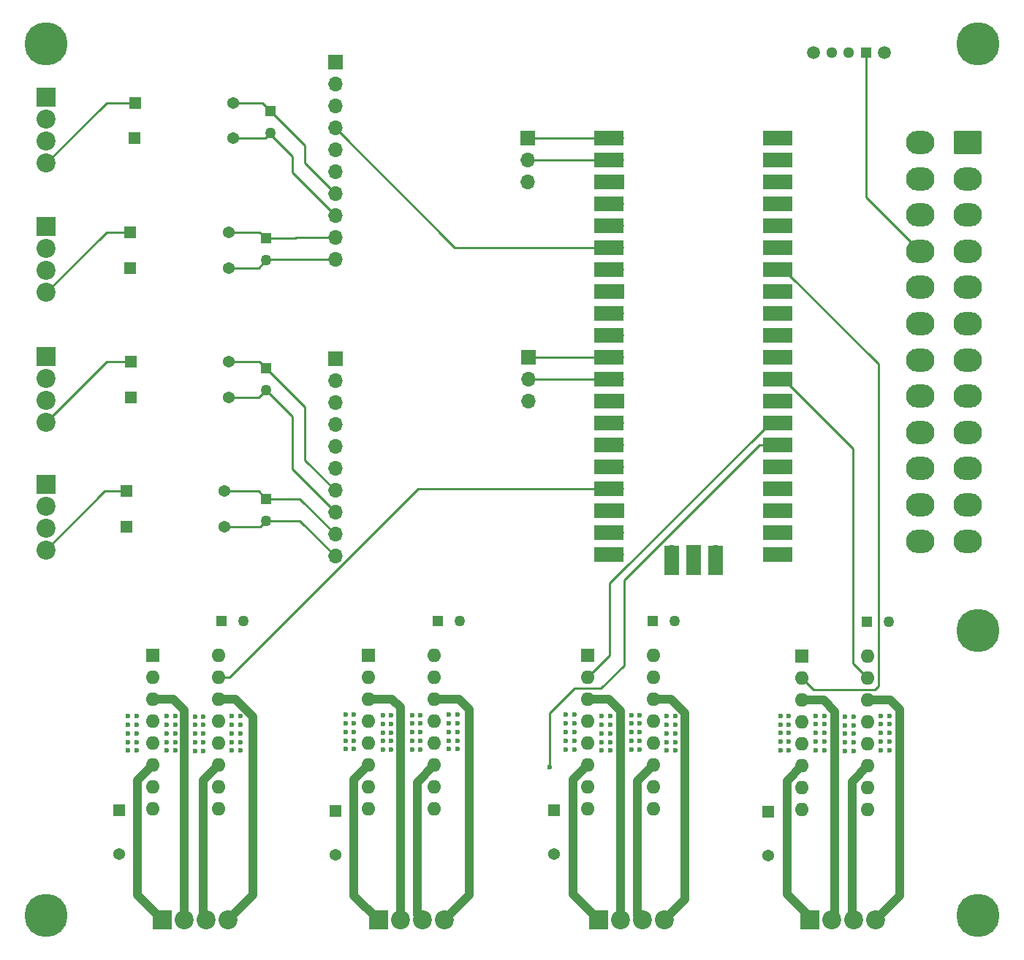
<source format=gbr>
%TF.GenerationSoftware,KiCad,Pcbnew,8.0.0*%
%TF.CreationDate,2024-10-25T13:51:20-05:00*%
%TF.ProjectId,ThorPBC2.0,54686f72-5042-4433-922e-302e6b696361,rev?*%
%TF.SameCoordinates,Original*%
%TF.FileFunction,Copper,L1,Top*%
%TF.FilePolarity,Positive*%
%FSLAX46Y46*%
G04 Gerber Fmt 4.6, Leading zero omitted, Abs format (unit mm)*
G04 Created by KiCad (PCBNEW 8.0.0) date 2024-10-25 13:51:20*
%MOMM*%
%LPD*%
G01*
G04 APERTURE LIST*
G04 Aperture macros list*
%AMRoundRect*
0 Rectangle with rounded corners*
0 $1 Rounding radius*
0 $2 $3 $4 $5 $6 $7 $8 $9 X,Y pos of 4 corners*
0 Add a 4 corners polygon primitive as box body*
4,1,4,$2,$3,$4,$5,$6,$7,$8,$9,$2,$3,0*
0 Add four circle primitives for the rounded corners*
1,1,$1+$1,$2,$3*
1,1,$1+$1,$4,$5*
1,1,$1+$1,$6,$7*
1,1,$1+$1,$8,$9*
0 Add four rect primitives between the rounded corners*
20,1,$1+$1,$2,$3,$4,$5,0*
20,1,$1+$1,$4,$5,$6,$7,0*
20,1,$1+$1,$6,$7,$8,$9,0*
20,1,$1+$1,$8,$9,$2,$3,0*%
G04 Aperture macros list end*
%TA.AperFunction,ComponentPad*%
%ADD10RoundRect,0.250000X-1.400000X1.100000X-1.400000X-1.100000X1.400000X-1.100000X1.400000X1.100000X0*%
%TD*%
%TA.AperFunction,ComponentPad*%
%ADD11O,3.300000X2.700000*%
%TD*%
%TA.AperFunction,ComponentPad*%
%ADD12R,1.270000X1.270000*%
%TD*%
%TA.AperFunction,ComponentPad*%
%ADD13C,1.270000*%
%TD*%
%TA.AperFunction,ComponentPad*%
%ADD14R,1.700000X1.700000*%
%TD*%
%TA.AperFunction,ComponentPad*%
%ADD15O,1.700000X1.700000*%
%TD*%
%TA.AperFunction,ComponentPad*%
%ADD16R,2.200000X2.200000*%
%TD*%
%TA.AperFunction,ComponentPad*%
%ADD17C,2.200000*%
%TD*%
%TA.AperFunction,ComponentPad*%
%ADD18R,1.371600X1.371600*%
%TD*%
%TA.AperFunction,ComponentPad*%
%ADD19C,1.371600*%
%TD*%
%TA.AperFunction,ComponentPad*%
%ADD20R,1.600000X1.600000*%
%TD*%
%TA.AperFunction,ComponentPad*%
%ADD21O,1.600000X1.600000*%
%TD*%
%TA.AperFunction,ComponentPad*%
%ADD22C,2.900000*%
%TD*%
%TA.AperFunction,ConnectorPad*%
%ADD23C,5.000000*%
%TD*%
%TA.AperFunction,ComponentPad*%
%ADD24R,1.295400X1.295400*%
%TD*%
%TA.AperFunction,ComponentPad*%
%ADD25C,1.295400*%
%TD*%
%TA.AperFunction,ComponentPad*%
%ADD26C,1.498600*%
%TD*%
%TA.AperFunction,SMDPad,CuDef*%
%ADD27R,3.500000X1.700000*%
%TD*%
%TA.AperFunction,SMDPad,CuDef*%
%ADD28R,1.700000X3.500000*%
%TD*%
%TA.AperFunction,ViaPad*%
%ADD29C,0.600000*%
%TD*%
%TA.AperFunction,Conductor*%
%ADD30C,0.250000*%
%TD*%
%TA.AperFunction,Conductor*%
%ADD31C,0.200000*%
%TD*%
%TA.AperFunction,Conductor*%
%ADD32C,1.000000*%
%TD*%
G04 APERTURE END LIST*
D10*
%TO.P,J6,1,+3.3V*%
%TO.N,unconnected-(J6-+3.3V-Pad1)*%
X163750000Y-77400000D03*
D11*
%TO.P,J6,2,+3.3V*%
%TO.N,unconnected-(J6-+3.3V-Pad1)_2*%
X163750000Y-81600000D03*
%TO.P,J6,3,GND*%
%TO.N,GND*%
X163750000Y-85800000D03*
%TO.P,J6,4,+5V*%
%TO.N,+5V*%
X163750000Y-90000000D03*
%TO.P,J6,5,GND*%
%TO.N,GND*%
X163750000Y-94200000D03*
%TO.P,J6,6,+5V*%
%TO.N,+5V*%
X163750000Y-98400000D03*
%TO.P,J6,7,GND*%
%TO.N,GND*%
X163750000Y-102600000D03*
%TO.P,J6,8,PWR_OK*%
%TO.N,unconnected-(J6-PWR_OK-Pad8)*%
X163750000Y-106800000D03*
%TO.P,J6,9,+5VSB*%
%TO.N,unconnected-(J6-+5VSB-Pad9)*%
X163750000Y-111000000D03*
%TO.P,J6,10,+12V*%
%TO.N,+12V*%
X163750000Y-115200000D03*
%TO.P,J6,11,+12V*%
X163750000Y-119400000D03*
%TO.P,J6,12,+3.3V*%
%TO.N,unconnected-(J6-+3.3V-Pad1)_0*%
X163750000Y-123600000D03*
%TO.P,J6,13,+3.3V*%
%TO.N,unconnected-(J6-+3.3V-Pad1)_1*%
X158250000Y-77400000D03*
%TO.P,J6,14,-12V*%
%TO.N,unconnected-(J6--12V-Pad14)*%
X158250000Y-81600000D03*
%TO.P,J6,15,GND*%
%TO.N,GND*%
X158250000Y-85800000D03*
%TO.P,J6,16,PS_ON#*%
%TO.N,Net-(J6-PS_ON#)*%
X158250000Y-90000000D03*
%TO.P,J6,17,GND*%
%TO.N,GND*%
X158250000Y-94200000D03*
%TO.P,J6,18,GND*%
X158250000Y-98400000D03*
%TO.P,J6,19,GND*%
X158250000Y-102600000D03*
%TO.P,J6,20,NC*%
%TO.N,unconnected-(J6-NC-Pad20)*%
X158250000Y-106800000D03*
%TO.P,J6,21,+5V*%
%TO.N,+5V*%
X158250000Y-111000000D03*
%TO.P,J6,22,+5V*%
X158250000Y-115200000D03*
%TO.P,J6,23,+5V*%
X158250000Y-119400000D03*
%TO.P,J6,24,GND*%
%TO.N,GND*%
X158250000Y-123600000D03*
%TD*%
D12*
%TO.P,C2,1*%
%TO.N,/Loadcell_ADCs/2_A3*%
X82500000Y-88540000D03*
D13*
%TO.P,C2,2*%
%TO.N,/Loadcell_ADCs/2_A4*%
X82500000Y-91080000D03*
%TD*%
D14*
%TO.P,J7,1,Pin_1*%
%TO.N,/UART0_TX*%
X112818735Y-76880534D03*
D15*
%TO.P,J7,2,Pin_2*%
%TO.N,/UART0_RX*%
X112818735Y-79420534D03*
%TO.P,J7,3,Pin_3*%
%TO.N,GND*%
X112818735Y-81960534D03*
%TD*%
D16*
%TO.P,J12,1,Pin_1*%
%TO.N,+5V*%
X57000000Y-102185000D03*
D17*
%TO.P,J12,2,Pin_2*%
%TO.N,GND*%
X57000000Y-104725000D03*
%TO.P,J12,3,Pin_3*%
%TO.N,/Loadcell_ADCs/-LoadCell3*%
X57000000Y-107265000D03*
%TO.P,J12,4,Pin_4*%
%TO.N,/Loadcell_ADCs/+LoadCell3*%
X57000000Y-109805000D03*
%TD*%
D18*
%TO.P,R2,1*%
%TO.N,/Loadcell_ADCs/-LoadCell1*%
X67246000Y-76869400D03*
D19*
%TO.P,R2,2*%
%TO.N,/Loadcell_ADCs/2_A2*%
X78650600Y-76869400D03*
%TD*%
D18*
%TO.P,C11,1*%
%TO.N,+12V*%
X90500000Y-154880000D03*
D19*
%TO.P,C11,2*%
%TO.N,GND*%
X90500000Y-159960000D03*
%TD*%
D12*
%TO.P,C5,1*%
%TO.N,+5V*%
X77365000Y-132880000D03*
D13*
%TO.P,C5,2*%
%TO.N,GND*%
X79905000Y-132880000D03*
%TD*%
D18*
%TO.P,R5,1*%
%TO.N,/Loadcell_ADCs/+LoadCell3*%
X66797700Y-102800000D03*
D19*
%TO.P,R5,2*%
%TO.N,/Loadcell_ADCs/1_A1*%
X78202300Y-102800000D03*
%TD*%
D12*
%TO.P,C4,1*%
%TO.N,/Loadcell_ADCs/1_A3*%
X82500000Y-118689600D03*
D13*
%TO.P,C4,2*%
%TO.N,/Loadcell_ADCs/1_A4*%
X82500000Y-121229600D03*
%TD*%
D12*
%TO.P,C7,1*%
%TO.N,+5V*%
X102365000Y-132880000D03*
D13*
%TO.P,C7,2*%
%TO.N,GND*%
X104905000Y-132880000D03*
%TD*%
D20*
%TO.P,U5,1,EN1\u002C2*%
%TO.N,+5V*%
X119760000Y-136840000D03*
D21*
%TO.P,U5,2,1A*%
%TO.N,/31A*%
X119760000Y-139380000D03*
%TO.P,U5,3,1Y*%
%TO.N,Net-(M3--)*%
X119760000Y-141920000D03*
%TO.P,U5,4,GND*%
%TO.N,GND*%
X119760000Y-144460000D03*
%TO.P,U5,5,GND*%
X119760000Y-147000000D03*
%TO.P,U5,6,2Y*%
%TO.N,Net-(U5-2Y)*%
X119760000Y-149540000D03*
%TO.P,U5,7,2A*%
%TO.N,/32A*%
X119760000Y-152080000D03*
%TO.P,U5,8,VCC2*%
%TO.N,+12V*%
X119760000Y-154620000D03*
%TO.P,U5,9,EN3\u002C4*%
%TO.N,+5V*%
X127380000Y-154620000D03*
%TO.P,U5,10,3A*%
%TO.N,/33A*%
X127380000Y-152080000D03*
%TO.P,U5,11,3Y*%
%TO.N,Net-(U5-3Y)*%
X127380000Y-149540000D03*
%TO.P,U5,12,GND*%
%TO.N,GND*%
X127380000Y-147000000D03*
%TO.P,U5,13,GND*%
X127380000Y-144460000D03*
%TO.P,U5,14,4Y*%
%TO.N,Net-(U5-4Y)*%
X127380000Y-141920000D03*
%TO.P,U5,15,4A*%
%TO.N,/34A*%
X127380000Y-139380000D03*
%TO.P,U5,16,VCC1*%
%TO.N,+5V*%
X127380000Y-136840000D03*
%TD*%
D18*
%TO.P,R4,1*%
%TO.N,/Loadcell_ADCs/-LoadCell2*%
X66746000Y-91949600D03*
D19*
%TO.P,R4,2*%
%TO.N,/Loadcell_ADCs/2_A4*%
X78150600Y-91949600D03*
%TD*%
D14*
%TO.P,J9,1,Pin_1*%
%TO.N,+5V*%
X90500000Y-102460000D03*
D15*
%TO.P,J9,2,Pin_2*%
%TO.N,GND*%
X90500000Y-105000000D03*
%TO.P,J9,3,Pin_3*%
%TO.N,/SCL*%
X90500000Y-107540000D03*
%TO.P,J9,4,Pin_4*%
%TO.N,/SDA*%
X90500000Y-110080000D03*
%TO.P,J9,5,Pin_5*%
%TO.N,+5V*%
X90500000Y-112620000D03*
%TO.P,J9,6,Pin_6*%
%TO.N,unconnected-(J9-Pin_6-Pad6)*%
X90500000Y-115160000D03*
%TO.P,J9,7,Pin_7*%
%TO.N,/Loadcell_ADCs/1_A1*%
X90500000Y-117700000D03*
%TO.P,J9,8,Pin_8*%
%TO.N,/Loadcell_ADCs/1_A2*%
X90500000Y-120240000D03*
%TO.P,J9,9,Pin_9*%
%TO.N,/Loadcell_ADCs/1_A3*%
X90500000Y-122780000D03*
%TO.P,J9,10,Pin_10*%
%TO.N,/Loadcell_ADCs/1_A4*%
X90500000Y-125320000D03*
%TD*%
D18*
%TO.P,R6,1*%
%TO.N,/Loadcell_ADCs/-LoadCell3*%
X66797700Y-106949600D03*
D19*
%TO.P,R6,2*%
%TO.N,/Loadcell_ADCs/1_A2*%
X78202300Y-106949600D03*
%TD*%
D16*
%TO.P,J10,1,Pin_1*%
%TO.N,+5V*%
X57000000Y-72185000D03*
D17*
%TO.P,J10,2,Pin_2*%
%TO.N,GND*%
X57000000Y-74725000D03*
%TO.P,J10,3,Pin_3*%
%TO.N,/Loadcell_ADCs/-LoadCell1*%
X57000000Y-77265000D03*
%TO.P,J10,4,Pin_4*%
%TO.N,/Loadcell_ADCs/+LoadCell1*%
X57000000Y-79805000D03*
%TD*%
D12*
%TO.P,C1,1*%
%TO.N,/Loadcell_ADCs/2_A1*%
X83000000Y-73760000D03*
D13*
%TO.P,C1,2*%
%TO.N,/Loadcell_ADCs/2_A2*%
X83000000Y-76300000D03*
%TD*%
D16*
%TO.P,M4,1*%
%TO.N,Net-(U6-2Y)*%
X145500000Y-167500000D03*
D17*
%TO.P,M4,2,-*%
%TO.N,Net-(M4--)*%
X148040000Y-167500000D03*
%TO.P,M4,3*%
%TO.N,Net-(U6-3Y)*%
X150580000Y-167500000D03*
%TO.P,M4,4*%
%TO.N,Net-(U6-4Y)*%
X153120000Y-167500000D03*
%TD*%
D18*
%TO.P,R7,1*%
%TO.N,/Loadcell_ADCs/+LoadCell4*%
X66297700Y-117800000D03*
D19*
%TO.P,R7,2*%
%TO.N,/Loadcell_ADCs/1_A3*%
X77702300Y-117800000D03*
%TD*%
D12*
%TO.P,C9,1*%
%TO.N,+5V*%
X152065000Y-132935000D03*
D13*
%TO.P,C9,2*%
%TO.N,GND*%
X154605000Y-132935000D03*
%TD*%
D22*
%TO.P,REF\u002A\u002A,1*%
%TO.N,N/C*%
X57000000Y-167000000D03*
D23*
X57000000Y-167000000D03*
%TD*%
D20*
%TO.P,U3,1,EN1\u002C2*%
%TO.N,+5V*%
X69380000Y-136840000D03*
D21*
%TO.P,U3,2,1A*%
%TO.N,/11A*%
X69380000Y-139380000D03*
%TO.P,U3,3,1Y*%
%TO.N,Net-(M1--)*%
X69380000Y-141920000D03*
%TO.P,U3,4,GND*%
%TO.N,GND*%
X69380000Y-144460000D03*
%TO.P,U3,5,GND*%
X69380000Y-147000000D03*
%TO.P,U3,6,2Y*%
%TO.N,Net-(U3-2Y)*%
X69380000Y-149540000D03*
%TO.P,U3,7,2A*%
%TO.N,/12A*%
X69380000Y-152080000D03*
%TO.P,U3,8,VCC2*%
%TO.N,+12V*%
X69380000Y-154620000D03*
%TO.P,U3,9,EN3\u002C4*%
%TO.N,+5V*%
X77000000Y-154620000D03*
%TO.P,U3,10,3A*%
%TO.N,/13A*%
X77000000Y-152080000D03*
%TO.P,U3,11,3Y*%
%TO.N,Net-(U3-3Y)*%
X77000000Y-149540000D03*
%TO.P,U3,12,GND*%
%TO.N,GND*%
X77000000Y-147000000D03*
%TO.P,U3,13,GND*%
X77000000Y-144460000D03*
%TO.P,U3,14,4Y*%
%TO.N,Net-(U3-4Y)*%
X77000000Y-141920000D03*
%TO.P,U3,15,4A*%
%TO.N,/14A*%
X77000000Y-139380000D03*
%TO.P,U3,16,VCC1*%
%TO.N,+5V*%
X77000000Y-136840000D03*
%TD*%
D18*
%TO.P,C10,1*%
%TO.N,+12V*%
X65500000Y-154809900D03*
D19*
%TO.P,C10,2*%
%TO.N,GND*%
X65500000Y-159889900D03*
%TD*%
D22*
%TO.P,REF\u002A\u002A,1*%
%TO.N,N/C*%
X165000000Y-134000000D03*
D23*
X165000000Y-134000000D03*
%TD*%
D18*
%TO.P,C12,1*%
%TO.N,+12V*%
X115880000Y-154809900D03*
D19*
%TO.P,C12,2*%
%TO.N,GND*%
X115880000Y-159889900D03*
%TD*%
D16*
%TO.P,J13,1,Pin_1*%
%TO.N,+5V*%
X57000000Y-117000000D03*
D17*
%TO.P,J13,2,Pin_2*%
%TO.N,GND*%
X57000000Y-119540000D03*
%TO.P,J13,3,Pin_3*%
%TO.N,/Loadcell_ADCs/-LoadCell4*%
X57000000Y-122080000D03*
%TO.P,J13,4,Pin_4*%
%TO.N,/Loadcell_ADCs/+LoadCell4*%
X57000000Y-124620000D03*
%TD*%
D12*
%TO.P,C8,1*%
%TO.N,+5V*%
X127245000Y-132880000D03*
D13*
%TO.P,C8,2*%
%TO.N,GND*%
X129785000Y-132880000D03*
%TD*%
D16*
%TO.P,M2,1*%
%TO.N,Net-(U4-2Y)*%
X95500000Y-167500000D03*
D17*
%TO.P,M2,2,-*%
%TO.N,Net-(M2--)*%
X98040000Y-167500000D03*
%TO.P,M2,3*%
%TO.N,Net-(U4-3Y)*%
X100580000Y-167500000D03*
%TO.P,M2,4*%
%TO.N,Net-(U4-4Y)*%
X103120000Y-167500000D03*
%TD*%
D20*
%TO.P,U6,1,EN1\u002C2*%
%TO.N,+5V*%
X144580000Y-136965000D03*
D21*
%TO.P,U6,2,1A*%
%TO.N,/41A*%
X144580000Y-139505000D03*
%TO.P,U6,3,1Y*%
%TO.N,Net-(M4--)*%
X144580000Y-142045000D03*
%TO.P,U6,4,GND*%
%TO.N,GND*%
X144580000Y-144585000D03*
%TO.P,U6,5,GND*%
X144580000Y-147125000D03*
%TO.P,U6,6,2Y*%
%TO.N,Net-(U6-2Y)*%
X144580000Y-149665000D03*
%TO.P,U6,7,2A*%
%TO.N,/42A*%
X144580000Y-152205000D03*
%TO.P,U6,8,VCC2*%
%TO.N,+12V*%
X144580000Y-154745000D03*
%TO.P,U6,9,EN3\u002C4*%
%TO.N,+5V*%
X152200000Y-154745000D03*
%TO.P,U6,10,3A*%
%TO.N,/43A*%
X152200000Y-152205000D03*
%TO.P,U6,11,3Y*%
%TO.N,Net-(U6-3Y)*%
X152200000Y-149665000D03*
%TO.P,U6,12,GND*%
%TO.N,GND*%
X152200000Y-147125000D03*
%TO.P,U6,13,GND*%
X152200000Y-144585000D03*
%TO.P,U6,14,4Y*%
%TO.N,Net-(U6-4Y)*%
X152200000Y-142045000D03*
%TO.P,U6,15,4A*%
%TO.N,/44A*%
X152200000Y-139505000D03*
%TO.P,U6,16,VCC1*%
%TO.N,+5V*%
X152200000Y-136965000D03*
%TD*%
D20*
%TO.P,U4,1,EN1\u002C2*%
%TO.N,+5V*%
X94380000Y-136840000D03*
D21*
%TO.P,U4,2,1A*%
%TO.N,/21A*%
X94380000Y-139380000D03*
%TO.P,U4,3,1Y*%
%TO.N,Net-(M2--)*%
X94380000Y-141920000D03*
%TO.P,U4,4,GND*%
%TO.N,GND*%
X94380000Y-144460000D03*
%TO.P,U4,5,GND*%
X94380000Y-147000000D03*
%TO.P,U4,6,2Y*%
%TO.N,Net-(U4-2Y)*%
X94380000Y-149540000D03*
%TO.P,U4,7,2A*%
%TO.N,/22A*%
X94380000Y-152080000D03*
%TO.P,U4,8,VCC2*%
%TO.N,+12V*%
X94380000Y-154620000D03*
%TO.P,U4,9,EN3\u002C4*%
%TO.N,+5V*%
X102000000Y-154620000D03*
%TO.P,U4,10,3A*%
%TO.N,/23A*%
X102000000Y-152080000D03*
%TO.P,U4,11,3Y*%
%TO.N,Net-(U4-3Y)*%
X102000000Y-149540000D03*
%TO.P,U4,12,GND*%
%TO.N,GND*%
X102000000Y-147000000D03*
%TO.P,U4,13,GND*%
X102000000Y-144460000D03*
%TO.P,U4,14,4Y*%
%TO.N,Net-(U4-4Y)*%
X102000000Y-141920000D03*
%TO.P,U4,15,4A*%
%TO.N,/24A*%
X102000000Y-139380000D03*
%TO.P,U4,16,VCC1*%
%TO.N,+5V*%
X102000000Y-136840000D03*
%TD*%
D22*
%TO.P,REF\u002A\u002A,1*%
%TO.N,N/C*%
X57000000Y-66000000D03*
D23*
X57000000Y-66000000D03*
%TD*%
D22*
%TO.P,REF\u002A\u002A,1*%
%TO.N,N/C*%
X165000000Y-66000000D03*
D23*
X165000000Y-66000000D03*
%TD*%
D18*
%TO.P,R3,1*%
%TO.N,/Loadcell_ADCs/+LoadCell2*%
X66746000Y-87800000D03*
D19*
%TO.P,R3,2*%
%TO.N,/Loadcell_ADCs/2_A3*%
X78150600Y-87800000D03*
%TD*%
D22*
%TO.P,REF\u002A\u002A,1*%
%TO.N,N/C*%
X165000000Y-167000000D03*
D23*
X165000000Y-167000000D03*
%TD*%
D14*
%TO.P,J8,1,Pin_1*%
%TO.N,+5V*%
X90500000Y-68080000D03*
D15*
%TO.P,J8,2,Pin_2*%
%TO.N,GND*%
X90500000Y-70620000D03*
%TO.P,J8,3,Pin_3*%
%TO.N,/SCL*%
X90500000Y-73160000D03*
%TO.P,J8,4,Pin_4*%
%TO.N,/SDA*%
X90500000Y-75700000D03*
%TO.P,J8,5,Pin_5*%
%TO.N,GND*%
X90500000Y-78240000D03*
%TO.P,J8,6,Pin_6*%
%TO.N,unconnected-(J8-Pin_6-Pad6)*%
X90500000Y-80780000D03*
%TO.P,J8,7,Pin_7*%
%TO.N,/Loadcell_ADCs/2_A1*%
X90500000Y-83320000D03*
%TO.P,J8,8,Pin_8*%
%TO.N,/Loadcell_ADCs/2_A2*%
X90500000Y-85860000D03*
%TO.P,J8,9,Pin_9*%
%TO.N,/Loadcell_ADCs/2_A3*%
X90500000Y-88400000D03*
%TO.P,J8,10,Pin_10*%
%TO.N,/Loadcell_ADCs/2_A4*%
X90500000Y-90940000D03*
%TD*%
D14*
%TO.P,J5,1,Pin_1*%
%TO.N,/UART1_TX*%
X112878319Y-102270418D03*
D15*
%TO.P,J5,2,Pin_2*%
%TO.N,/UART1_RX*%
X112878319Y-104810418D03*
%TO.P,J5,3,Pin_3*%
%TO.N,GND*%
X112878319Y-107350418D03*
%TD*%
D18*
%TO.P,R8,1*%
%TO.N,/Loadcell_ADCs/-LoadCell4*%
X66297700Y-121949600D03*
D19*
%TO.P,R8,2*%
%TO.N,/Loadcell_ADCs/1_A4*%
X77702300Y-121949600D03*
%TD*%
D16*
%TO.P,M1,1*%
%TO.N,Net-(U3-2Y)*%
X70500000Y-167500000D03*
D17*
%TO.P,M1,2,-*%
%TO.N,Net-(M1--)*%
X73040000Y-167500000D03*
%TO.P,M1,3*%
%TO.N,Net-(U3-3Y)*%
X75580000Y-167500000D03*
%TO.P,M1,4*%
%TO.N,Net-(U3-4Y)*%
X78120000Y-167500000D03*
%TD*%
D18*
%TO.P,R1,1*%
%TO.N,/Loadcell_ADCs/+LoadCell1*%
X67297700Y-72800000D03*
D19*
%TO.P,R1,2*%
%TO.N,/Loadcell_ADCs/2_A1*%
X78702300Y-72800000D03*
%TD*%
D16*
%TO.P,J11,1,Pin_1*%
%TO.N,+5V*%
X57000000Y-87185000D03*
D17*
%TO.P,J11,2,Pin_2*%
%TO.N,GND*%
X57000000Y-89725000D03*
%TO.P,J11,3,Pin_3*%
%TO.N,/Loadcell_ADCs/-LoadCell2*%
X57000000Y-92265000D03*
%TO.P,J11,4,Pin_4*%
%TO.N,/Loadcell_ADCs/+LoadCell2*%
X57000000Y-94805000D03*
%TD*%
D12*
%TO.P,C3,1*%
%TO.N,/Loadcell_ADCs/1_A1*%
X82500000Y-103580000D03*
D13*
%TO.P,C3,2*%
%TO.N,/Loadcell_ADCs/1_A2*%
X82500000Y-106120000D03*
%TD*%
D24*
%TO.P,SW1,1,1*%
%TO.N,Net-(J6-PS_ON#)*%
X151999999Y-66999999D03*
D25*
%TO.P,SW1,2,2*%
%TO.N,GND*%
X149999999Y-66999999D03*
%TO.P,SW1,3,3*%
%TO.N,unconnected-(SW1-Pad3)*%
X147999998Y-66999999D03*
D26*
%TO.P,SW1,4*%
%TO.N,N/C*%
X154100000Y-66999999D03*
%TO.P,SW1,5*%
X145899999Y-66999999D03*
%TD*%
D15*
%TO.P,U7,1,GPIO0*%
%TO.N,/UART0_TX*%
X123110000Y-76870000D03*
D27*
X122210000Y-76870000D03*
D15*
%TO.P,U7,2,GPIO1*%
%TO.N,/UART0_RX*%
X123110000Y-79410000D03*
D27*
X122210000Y-79410000D03*
D14*
%TO.P,U7,3,GND*%
%TO.N,GND*%
X123110000Y-81950000D03*
D27*
X122210000Y-81950000D03*
D15*
%TO.P,U7,4,GPIO2*%
%TO.N,unconnected-(U7-GPIO2-Pad4)*%
X123110000Y-84490000D03*
D27*
%TO.N,unconnected-(U7-GPIO2-Pad4)_0*%
X122210000Y-84490000D03*
D15*
%TO.P,U7,5,GPIO3*%
%TO.N,unconnected-(U7-GPIO3-Pad5)_0*%
X123110000Y-87030000D03*
D27*
%TO.N,unconnected-(U7-GPIO3-Pad5)*%
X122210000Y-87030000D03*
D15*
%TO.P,U7,6,GPIO4*%
%TO.N,/SDA*%
X123110000Y-89570000D03*
D27*
X122210000Y-89570000D03*
D15*
%TO.P,U7,7,GPIO5*%
%TO.N,/SCL*%
X123110000Y-92110000D03*
D27*
X122210000Y-92110000D03*
D14*
%TO.P,U7,8,GND*%
%TO.N,GND*%
X123110000Y-94650000D03*
D27*
X122210000Y-94650000D03*
D15*
%TO.P,U7,9,GPIO6*%
%TO.N,unconnected-(U7-GPIO6-Pad9)*%
X123110000Y-97190000D03*
D27*
%TO.N,unconnected-(U7-GPIO6-Pad9)_0*%
X122210000Y-97190000D03*
D15*
%TO.P,U7,10,GPIO7*%
%TO.N,unconnected-(U7-GPIO7-Pad10)*%
X123110000Y-99730000D03*
D27*
%TO.N,unconnected-(U7-GPIO7-Pad10)_0*%
X122210000Y-99730000D03*
D15*
%TO.P,U7,11,GPIO8*%
%TO.N,/UART1_TX*%
X123110000Y-102270000D03*
D27*
X122210000Y-102270000D03*
D15*
%TO.P,U7,12,GPIO9*%
%TO.N,/UART1_RX*%
X123110000Y-104810000D03*
D27*
X122210000Y-104810000D03*
D14*
%TO.P,U7,13,GND*%
%TO.N,GND*%
X123110000Y-107350000D03*
D27*
X122210000Y-107350000D03*
D15*
%TO.P,U7,14,GPIO10*%
%TO.N,/11A*%
X123110000Y-109890000D03*
D27*
X122210000Y-109890000D03*
D15*
%TO.P,U7,15,GPIO11*%
%TO.N,/12A*%
X123110000Y-112430000D03*
D27*
X122210000Y-112430000D03*
D15*
%TO.P,U7,16,GPIO12*%
%TO.N,/13A*%
X123110000Y-114970000D03*
D27*
X122210000Y-114970000D03*
D15*
%TO.P,U7,17,GPIO13*%
%TO.N,/14A*%
X123110000Y-117510000D03*
D27*
X122210000Y-117510000D03*
D14*
%TO.P,U7,18,GND*%
%TO.N,GND*%
X123110000Y-120050000D03*
D27*
X122210000Y-120050000D03*
D15*
%TO.P,U7,19,GPIO14*%
%TO.N,/21A*%
X123110000Y-122590000D03*
D27*
X122210000Y-122590000D03*
D15*
%TO.P,U7,20,GPIO15*%
%TO.N,/22A*%
X123110000Y-125130000D03*
D27*
X122210000Y-125130000D03*
D15*
%TO.P,U7,21,GPIO16*%
%TO.N,/24A*%
X140890000Y-125130000D03*
D27*
X141790000Y-125130000D03*
D15*
%TO.P,U7,22,GPIO17*%
%TO.N,/23A*%
X140890000Y-122590000D03*
D27*
X141790000Y-122590000D03*
D14*
%TO.P,U7,23,GND*%
%TO.N,GND*%
X140890000Y-120050000D03*
D27*
X141790000Y-120050000D03*
D15*
%TO.P,U7,24,GPIO18*%
%TO.N,/34A*%
X140890000Y-117510000D03*
D27*
X141790000Y-117510000D03*
D15*
%TO.P,U7,25,GPIO19*%
%TO.N,/33A*%
X140890000Y-114970000D03*
D27*
X141790000Y-114970000D03*
D15*
%TO.P,U7,26,GPIO20*%
%TO.N,/32A*%
X140890000Y-112430000D03*
D27*
X141790000Y-112430000D03*
D15*
%TO.P,U7,27,GPIO21*%
%TO.N,/31A*%
X140890000Y-109890000D03*
D27*
X141790000Y-109890000D03*
D14*
%TO.P,U7,28,GND*%
%TO.N,GND*%
X140890000Y-107350000D03*
D27*
X141790000Y-107350000D03*
D15*
%TO.P,U7,29,GPIO22*%
%TO.N,/44A*%
X140890000Y-104810000D03*
D27*
X141790000Y-104810000D03*
D15*
%TO.P,U7,30,RUN*%
%TO.N,unconnected-(U7-RUN-Pad30)_0*%
X140890000Y-102270000D03*
D27*
%TO.N,unconnected-(U7-RUN-Pad30)*%
X141790000Y-102270000D03*
D15*
%TO.P,U7,31,GPIO26_ADC0*%
%TO.N,/43A*%
X140890000Y-99730000D03*
D27*
X141790000Y-99730000D03*
D15*
%TO.P,U7,32,GPIO27_ADC1*%
%TO.N,/42A*%
X140890000Y-97190000D03*
D27*
X141790000Y-97190000D03*
D14*
%TO.P,U7,33,AGND*%
%TO.N,unconnected-(U7-AGND-Pad33)_0*%
X140890000Y-94650000D03*
D27*
%TO.N,unconnected-(U7-AGND-Pad33)*%
X141790000Y-94650000D03*
D15*
%TO.P,U7,34,GPIO28_ADC2*%
%TO.N,/41A*%
X140890000Y-92110000D03*
D27*
X141790000Y-92110000D03*
D15*
%TO.P,U7,35,ADC_VREF*%
%TO.N,unconnected-(U7-ADC_VREF-Pad35)_0*%
X140890000Y-89570000D03*
D27*
%TO.N,unconnected-(U7-ADC_VREF-Pad35)*%
X141790000Y-89570000D03*
D15*
%TO.P,U7,36,3V3*%
%TO.N,unconnected-(U7-3V3-Pad36)_0*%
X140890000Y-87030000D03*
D27*
%TO.N,unconnected-(U7-3V3-Pad36)*%
X141790000Y-87030000D03*
D15*
%TO.P,U7,37,3V3_EN*%
%TO.N,unconnected-(U7-3V3_EN-Pad37)_0*%
X140890000Y-84490000D03*
D27*
%TO.N,unconnected-(U7-3V3_EN-Pad37)*%
X141790000Y-84490000D03*
D14*
%TO.P,U7,38,GND*%
%TO.N,GND*%
X140890000Y-81950000D03*
D27*
X141790000Y-81950000D03*
D15*
%TO.P,U7,39,VSYS*%
%TO.N,+5V*%
X140890000Y-79410000D03*
D27*
X141790000Y-79410000D03*
D15*
%TO.P,U7,40,VBUS*%
%TO.N,unconnected-(U7-VBUS-Pad40)_0*%
X140890000Y-76870000D03*
D27*
%TO.N,unconnected-(U7-VBUS-Pad40)*%
X141790000Y-76870000D03*
D15*
%TO.P,U7,41,SWCLK*%
%TO.N,unconnected-(U7-SWCLK-Pad41)_0*%
X129460000Y-124900000D03*
D28*
%TO.N,unconnected-(U7-SWCLK-Pad41)*%
X129460000Y-125800000D03*
D14*
%TO.P,U7,42,GND*%
%TO.N,unconnected-(U7-GND-Pad42)*%
X132000000Y-124900000D03*
D28*
%TO.N,unconnected-(U7-GND-Pad42)_0*%
X132000000Y-125800000D03*
D15*
%TO.P,U7,43,SWDIO*%
%TO.N,unconnected-(U7-SWDIO-Pad43)_0*%
X134540000Y-124900000D03*
D28*
%TO.N,unconnected-(U7-SWDIO-Pad43)*%
X134540000Y-125800000D03*
%TD*%
D16*
%TO.P,M3,1*%
%TO.N,Net-(U5-2Y)*%
X121000000Y-167500000D03*
D17*
%TO.P,M3,2,-*%
%TO.N,Net-(M3--)*%
X123540000Y-167500000D03*
%TO.P,M3,3*%
%TO.N,Net-(U5-3Y)*%
X126080000Y-167500000D03*
%TO.P,M3,4*%
%TO.N,Net-(U5-4Y)*%
X128620000Y-167500000D03*
%TD*%
D18*
%TO.P,C13,1*%
%TO.N,+12V*%
X140700000Y-154934900D03*
D19*
%TO.P,C13,2*%
%TO.N,GND*%
X140700000Y-160014900D03*
%TD*%
D29*
%TO.N,GND*%
X92680000Y-144715000D03*
X91680000Y-147715000D03*
X103680000Y-147715000D03*
X147200000Y-145840000D03*
X150537354Y-147945215D03*
X100387937Y-143747647D03*
X66500000Y-146880000D03*
X154700000Y-147840000D03*
X67500000Y-143880000D03*
X96001105Y-145788600D03*
X129880000Y-143880000D03*
X97001105Y-143788600D03*
X97001105Y-145788600D03*
X122380000Y-147880000D03*
X100387937Y-146747647D03*
X67500000Y-147880000D03*
X117195348Y-146744907D03*
X124785096Y-147752446D03*
X153700000Y-147840000D03*
X96001105Y-147788600D03*
X153700000Y-143840000D03*
X91680000Y-145715000D03*
X143057952Y-144861445D03*
X146200000Y-147840000D03*
X78500000Y-146880000D03*
X121380000Y-146880000D03*
X100387937Y-147747647D03*
X100387937Y-145747647D03*
X122380000Y-143880000D03*
X118195348Y-146744907D03*
X118195348Y-147744907D03*
X150537354Y-144945215D03*
X72000000Y-147880000D03*
X75242943Y-144925291D03*
X128880000Y-146880000D03*
X67500000Y-145880000D03*
X125785096Y-147752446D03*
X66500000Y-147880000D03*
X154700000Y-146840000D03*
X72000000Y-145880000D03*
X129880000Y-144880000D03*
X129880000Y-145880000D03*
X118195348Y-143744907D03*
X79500000Y-146880000D03*
X154700000Y-143840000D03*
X146200000Y-144840000D03*
X97001105Y-144788600D03*
X147200000Y-146840000D03*
X96001105Y-144788600D03*
X142057952Y-146861445D03*
X66500000Y-143880000D03*
X99387937Y-145747647D03*
X99387937Y-143747647D03*
X78500000Y-143880000D03*
X100387937Y-144747647D03*
X71000000Y-143880000D03*
X71000000Y-146880000D03*
X142057952Y-144861445D03*
X143057952Y-146861445D03*
X143057952Y-143861445D03*
X79500000Y-147880000D03*
X99387937Y-144747647D03*
X104680000Y-147715000D03*
X128880000Y-144880000D03*
X150537354Y-145945215D03*
X153700000Y-145840000D03*
X146200000Y-143840000D03*
X99387937Y-146747647D03*
X150537354Y-146945215D03*
X149537354Y-145945215D03*
X79500000Y-144880000D03*
X75242943Y-146925291D03*
X125785096Y-146752446D03*
X91680000Y-144715000D03*
X147200000Y-143840000D03*
X153700000Y-146840000D03*
X92680000Y-146715000D03*
X78500000Y-147880000D03*
X124785096Y-145752446D03*
X96001105Y-143788600D03*
X91680000Y-146715000D03*
X117195348Y-144744907D03*
X97001105Y-147788600D03*
X153700000Y-144840000D03*
X146200000Y-146840000D03*
X149537354Y-146945215D03*
X124785096Y-143752446D03*
X104680000Y-144715000D03*
X74242943Y-143925291D03*
X146200000Y-145840000D03*
X96001105Y-146788600D03*
X147200000Y-147840000D03*
X124785096Y-146752446D03*
X97001105Y-146788600D03*
X121380000Y-145880000D03*
X118195348Y-144744907D03*
X71000000Y-147880000D03*
X71000000Y-144880000D03*
X99387937Y-147747647D03*
X104680000Y-143715000D03*
X79500000Y-143880000D03*
X103680000Y-144715000D03*
X92680000Y-143715000D03*
X129880000Y-147880000D03*
X129880000Y-146880000D03*
X72000000Y-143880000D03*
X122380000Y-145880000D03*
X79500000Y-145880000D03*
X74242943Y-146925291D03*
X149537354Y-144945215D03*
X142057952Y-145861445D03*
X121380000Y-147880000D03*
X125785096Y-143752446D03*
X66500000Y-144880000D03*
X67500000Y-144880000D03*
X67500000Y-146880000D03*
X92680000Y-147715000D03*
X143057952Y-145861445D03*
X74242943Y-145925291D03*
X103680000Y-146715000D03*
X128880000Y-143880000D03*
X121380000Y-143880000D03*
X66500000Y-145880000D03*
X104680000Y-146715000D03*
X122380000Y-146880000D03*
X103680000Y-145715000D03*
X125785096Y-145752446D03*
X125785096Y-144752446D03*
X74242943Y-144925291D03*
X150537354Y-143945215D03*
X128880000Y-147880000D03*
X72000000Y-144880000D03*
X74242943Y-147925291D03*
X149537354Y-143945215D03*
X91680000Y-143715000D03*
X78500000Y-144880000D03*
X154700000Y-144840000D03*
X128880000Y-145880000D03*
X142057952Y-143861445D03*
X72000000Y-146880000D03*
X121380000Y-144880000D03*
X124785096Y-144752446D03*
X75242943Y-147925291D03*
X154700000Y-145840000D03*
X143057952Y-147861445D03*
X92680000Y-145715000D03*
X75242943Y-145925291D03*
X78500000Y-145880000D03*
X149537354Y-147945215D03*
X71000000Y-145880000D03*
X117195348Y-143744907D03*
X75242943Y-143925291D03*
X104680000Y-145715000D03*
X117195348Y-147744907D03*
X118195348Y-145744907D03*
X147200000Y-144840000D03*
X142057952Y-147861445D03*
X117195348Y-145744907D03*
X122380000Y-144880000D03*
X103680000Y-143715000D03*
%TO.N,/32A*%
X115375819Y-149810492D03*
%TD*%
D30*
%TO.N,/Loadcell_ADCs/2_A1*%
X78702300Y-72800000D02*
X82040000Y-72800000D01*
X87000000Y-77760000D02*
X87000000Y-79820000D01*
X87000000Y-79820000D02*
X90500000Y-83320000D01*
X83000000Y-73760000D02*
X87000000Y-77760000D01*
X82040000Y-72800000D02*
X83000000Y-73760000D01*
D31*
%TO.N,/Loadcell_ADCs/2_A2*%
X83000000Y-76300000D02*
X83000000Y-76500000D01*
D30*
X85500000Y-79000000D02*
X85500000Y-80860000D01*
X82430600Y-76869400D02*
X83000000Y-76300000D01*
X78650600Y-76869400D02*
X82430600Y-76869400D01*
X85500000Y-80860000D02*
X90500000Y-85860000D01*
X83000000Y-76500000D02*
X85500000Y-79000000D01*
%TO.N,/Loadcell_ADCs/2_A3*%
X78150600Y-87800000D02*
X81760000Y-87800000D01*
X81760000Y-87800000D02*
X82500000Y-88540000D01*
X85860000Y-88540000D02*
X86000000Y-88400000D01*
X82500000Y-88540000D02*
X85860000Y-88540000D01*
X86000000Y-88400000D02*
X90500000Y-88400000D01*
D31*
%TO.N,/Loadcell_ADCs/2_A4*%
X82920000Y-91080000D02*
X83060000Y-90940000D01*
D30*
X81630400Y-91949600D02*
X82500000Y-91080000D01*
X83060000Y-90940000D02*
X90500000Y-90940000D01*
X78150600Y-91949600D02*
X81630400Y-91949600D01*
D31*
X82500000Y-91080000D02*
X82920000Y-91080000D01*
D30*
%TO.N,/Loadcell_ADCs/1_A2*%
X78202300Y-106949600D02*
X81670400Y-106949600D01*
X82500000Y-106120000D02*
X85500000Y-109120000D01*
X81670400Y-106949600D02*
X82500000Y-106120000D01*
X85500000Y-115240000D02*
X90500000Y-120240000D01*
X85500000Y-109120000D02*
X85500000Y-115240000D01*
%TO.N,/Loadcell_ADCs/1_A1*%
X82500000Y-103580000D02*
X87000000Y-108080000D01*
X87000000Y-108080000D02*
X87000000Y-114200000D01*
X81720000Y-102800000D02*
X82500000Y-103580000D01*
X78202300Y-102800000D02*
X81720000Y-102800000D01*
X87000000Y-114200000D02*
X90500000Y-117700000D01*
%TO.N,/Loadcell_ADCs/1_A4*%
X77702300Y-121949600D02*
X81780000Y-121949600D01*
X81780000Y-121949600D02*
X82500000Y-121229600D01*
X86409600Y-121229600D02*
X90500000Y-125320000D01*
X82500000Y-121229600D02*
X86409600Y-121229600D01*
%TO.N,/Loadcell_ADCs/1_A3*%
X86409600Y-118689600D02*
X90500000Y-122780000D01*
X81610400Y-117800000D02*
X82500000Y-118689600D01*
X82500000Y-118689600D02*
X86409600Y-118689600D01*
X77702300Y-117800000D02*
X81610400Y-117800000D01*
D31*
%TO.N,/UART1_RX*%
X112878737Y-104810000D02*
X112878319Y-104810418D01*
D30*
X123110000Y-104810000D02*
X112878737Y-104810000D01*
D31*
%TO.N,/UART1_TX*%
X123109582Y-102270418D02*
X123110000Y-102270000D01*
D30*
X112878319Y-102270418D02*
X123109582Y-102270418D01*
%TO.N,Net-(J6-PS_ON#)*%
X151999999Y-66999999D02*
X151999999Y-83749999D01*
X151999999Y-83749999D02*
X158250000Y-90000000D01*
D31*
%TO.N,/UART0_TX*%
X118130000Y-76870000D02*
X118119466Y-76880534D01*
D30*
X118119466Y-76880534D02*
X112818735Y-76880534D01*
X123110000Y-76870000D02*
X118130000Y-76870000D01*
D31*
%TO.N,/UART0_RX*%
X112829269Y-79410000D02*
X112818735Y-79420534D01*
D30*
X123110000Y-79410000D02*
X112829269Y-79410000D01*
%TO.N,/SDA*%
X104370000Y-89570000D02*
X123110000Y-89570000D01*
X90500000Y-75700000D02*
X104370000Y-89570000D01*
%TO.N,/Loadcell_ADCs/+LoadCell1*%
X67297700Y-72800000D02*
X64005000Y-72800000D01*
X64005000Y-72800000D02*
X57000000Y-79805000D01*
%TO.N,/Loadcell_ADCs/+LoadCell2*%
X64005000Y-87800000D02*
X57000000Y-94805000D01*
X66746000Y-87800000D02*
X64005000Y-87800000D01*
%TO.N,/Loadcell_ADCs/+LoadCell3*%
X64005000Y-102800000D02*
X57000000Y-109805000D01*
X66797700Y-102800000D02*
X64005000Y-102800000D01*
D31*
%TO.N,/Loadcell_ADCs/+LoadCell4*%
X66257700Y-117760000D02*
X66297700Y-117800000D01*
X56960000Y-124580000D02*
X57000000Y-124620000D01*
D30*
X66297700Y-117800000D02*
X63820000Y-117800000D01*
X63820000Y-117800000D02*
X57000000Y-124620000D01*
D32*
%TO.N,Net-(U3-2Y)*%
X67610262Y-151309738D02*
X69380000Y-149540000D01*
X70500000Y-167500000D02*
X67610262Y-164610262D01*
X67610262Y-164610262D02*
X67610262Y-151309738D01*
%TO.N,Net-(U3-4Y)*%
X78120000Y-167500000D02*
X81000000Y-164620000D01*
X78954214Y-141920000D02*
X77000000Y-141920000D01*
X81000000Y-164620000D02*
X81000000Y-143965786D01*
X81000000Y-143965786D02*
X78954214Y-141920000D01*
%TO.N,Net-(M1--)*%
X73040000Y-143199907D02*
X71760093Y-141920000D01*
X73040000Y-167500000D02*
X73040000Y-143199907D01*
X71760093Y-141920000D02*
X69380000Y-141920000D01*
%TO.N,Net-(U3-3Y)*%
X75238250Y-167158250D02*
X75238250Y-151301750D01*
X75580000Y-167500000D02*
X75238250Y-167158250D01*
X75238250Y-151301750D02*
X77000000Y-149540000D01*
%TO.N,Net-(U4-4Y)*%
X104826764Y-141920000D02*
X102000000Y-141920000D01*
X103120000Y-167500000D02*
X106000000Y-164620000D01*
X106000000Y-143093236D02*
X104826764Y-141920000D01*
X106000000Y-164620000D02*
X106000000Y-143093236D01*
%TO.N,Net-(U4-3Y)*%
X100580000Y-167500000D02*
X100000000Y-166920000D01*
X100000000Y-151540000D02*
X102000000Y-149540000D01*
X100000000Y-166920000D02*
X100000000Y-151540000D01*
%TO.N,Net-(U4-2Y)*%
X94380000Y-149540000D02*
X92664113Y-151255887D01*
X92664113Y-164664113D02*
X95500000Y-167500000D01*
X92664113Y-151255887D02*
X92664113Y-164664113D01*
%TO.N,Net-(M2--)*%
X97076765Y-141920000D02*
X94380000Y-141920000D01*
X98040000Y-142883235D02*
X97076765Y-141920000D01*
X98040000Y-167500000D02*
X98040000Y-142883235D01*
%TO.N,Net-(M3--)*%
X119760000Y-141920000D02*
X122182867Y-141920000D01*
X123540000Y-143277133D02*
X123540000Y-167500000D01*
X122182867Y-141920000D02*
X123540000Y-143277133D01*
%TO.N,Net-(U5-2Y)*%
X118037347Y-164537347D02*
X121000000Y-167500000D01*
X119760000Y-149540000D02*
X118037347Y-151262653D01*
X118037347Y-151262653D02*
X118037347Y-164537347D01*
%TO.N,Net-(U5-3Y)*%
X125542881Y-151377119D02*
X125542881Y-166962881D01*
X127380000Y-149540000D02*
X125542881Y-151377119D01*
X125542881Y-166962881D02*
X126080000Y-167500000D01*
%TO.N,Net-(U5-4Y)*%
X131000000Y-143500000D02*
X129420000Y-141920000D01*
X131000000Y-165120000D02*
X131000000Y-143500000D01*
X128620000Y-167500000D02*
X131000000Y-165120000D01*
X129420000Y-141920000D02*
X127380000Y-141920000D01*
%TO.N,Net-(M4--)*%
X148402874Y-167137126D02*
X148040000Y-167500000D01*
X148402874Y-143390148D02*
X148402874Y-167137126D01*
X147057726Y-142045000D02*
X148402874Y-143390148D01*
X144580000Y-142045000D02*
X147057726Y-142045000D01*
%TO.N,Net-(U6-2Y)*%
X142878276Y-164518276D02*
X145680000Y-167320000D01*
X144580000Y-149665000D02*
X142878276Y-151366724D01*
D31*
X145680000Y-167320000D02*
X145500000Y-167500000D01*
D32*
X142878276Y-151366724D02*
X142878276Y-164518276D01*
%TO.N,Net-(U6-4Y)*%
X153120000Y-167500000D02*
X155902677Y-164717323D01*
X154812301Y-142045000D02*
X152200000Y-142045000D01*
X155902677Y-164717323D02*
X155902677Y-143135376D01*
X155902677Y-143135376D02*
X154812301Y-142045000D01*
%TO.N,Net-(U6-3Y)*%
X150360784Y-151504216D02*
X152200000Y-149665000D01*
X150580000Y-167500000D02*
X150360784Y-167280784D01*
X150360784Y-167280784D02*
X150360784Y-151504216D01*
D30*
%TO.N,/14A*%
X78235966Y-139380000D02*
X77000000Y-139380000D01*
X100105966Y-117510000D02*
X78235966Y-139380000D01*
X123110000Y-117510000D02*
X100105966Y-117510000D01*
%TO.N,/31A*%
X140890000Y-109890000D02*
X122300224Y-128479776D01*
X122300224Y-136839776D02*
X119760000Y-139380000D01*
X122300224Y-128479776D02*
X122300224Y-136839776D01*
%TO.N,/32A*%
X123956286Y-138038714D02*
X121298107Y-140696893D01*
X121298107Y-140696893D02*
X118251584Y-140696893D01*
X123956286Y-128103714D02*
X123956286Y-138038714D01*
X115375819Y-143572658D02*
X115375819Y-149810492D01*
X118251584Y-140696893D02*
X115375819Y-143572658D01*
X139630000Y-112430000D02*
X123956286Y-128103714D01*
X140890000Y-112430000D02*
X139630000Y-112430000D01*
%TO.N,/44A*%
X150500000Y-137805000D02*
X150500000Y-112860000D01*
D31*
X142450000Y-104810000D02*
X140890000Y-104810000D01*
D30*
X150500000Y-112860000D02*
X142450000Y-104810000D01*
X152200000Y-139505000D02*
X150500000Y-137805000D01*
%TO.N,/41A*%
X144580000Y-139505000D02*
X145908009Y-140833009D01*
D31*
X142450000Y-92110000D02*
X140890000Y-92110000D01*
D30*
X153428359Y-103088359D02*
X142450000Y-92110000D01*
X153428359Y-140410670D02*
X153428359Y-103088359D01*
X153006020Y-140833009D02*
X153428359Y-140410670D01*
X145908009Y-140833009D02*
X153006020Y-140833009D01*
%TD*%
M02*

</source>
